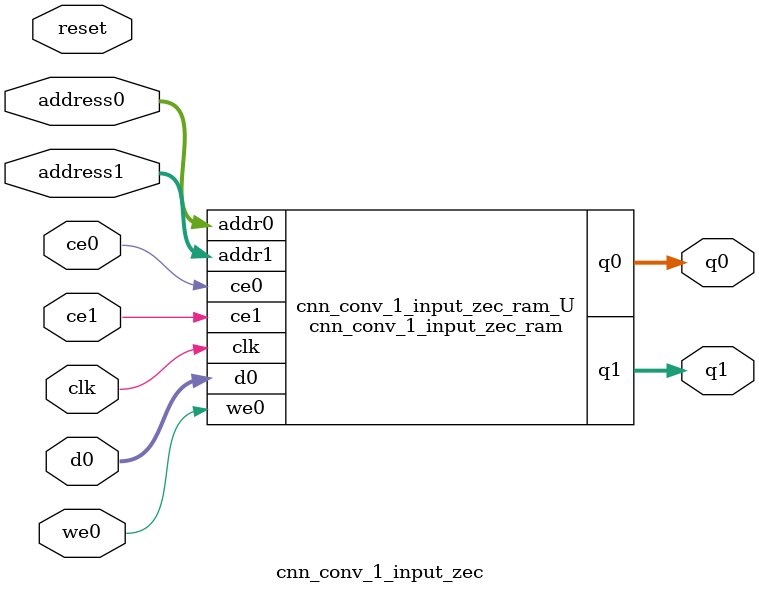
<source format=v>
`timescale 1 ns / 1 ps
module cnn_conv_1_input_zec_ram (addr0, ce0, d0, we0, q0, addr1, ce1, q1,  clk);

parameter DWIDTH = 14;
parameter AWIDTH = 7;
parameter MEM_SIZE = 90;

input[AWIDTH-1:0] addr0;
input ce0;
input[DWIDTH-1:0] d0;
input we0;
output reg[DWIDTH-1:0] q0;
input[AWIDTH-1:0] addr1;
input ce1;
output reg[DWIDTH-1:0] q1;
input clk;

(* ram_style = "block" *)reg [DWIDTH-1:0] ram[0:MEM_SIZE-1];




always @(posedge clk)  
begin 
    if (ce0) 
    begin
        if (we0) 
        begin 
            ram[addr0] <= d0; 
        end 
        q0 <= ram[addr0];
    end
end


always @(posedge clk)  
begin 
    if (ce1) 
    begin
        q1 <= ram[addr1];
    end
end


endmodule

`timescale 1 ns / 1 ps
module cnn_conv_1_input_zec(
    reset,
    clk,
    address0,
    ce0,
    we0,
    d0,
    q0,
    address1,
    ce1,
    q1);

parameter DataWidth = 32'd14;
parameter AddressRange = 32'd90;
parameter AddressWidth = 32'd7;
input reset;
input clk;
input[AddressWidth - 1:0] address0;
input ce0;
input we0;
input[DataWidth - 1:0] d0;
output[DataWidth - 1:0] q0;
input[AddressWidth - 1:0] address1;
input ce1;
output[DataWidth - 1:0] q1;



cnn_conv_1_input_zec_ram cnn_conv_1_input_zec_ram_U(
    .clk( clk ),
    .addr0( address0 ),
    .ce0( ce0 ),
    .we0( we0 ),
    .d0( d0 ),
    .q0( q0 ),
    .addr1( address1 ),
    .ce1( ce1 ),
    .q1( q1 ));

endmodule


</source>
